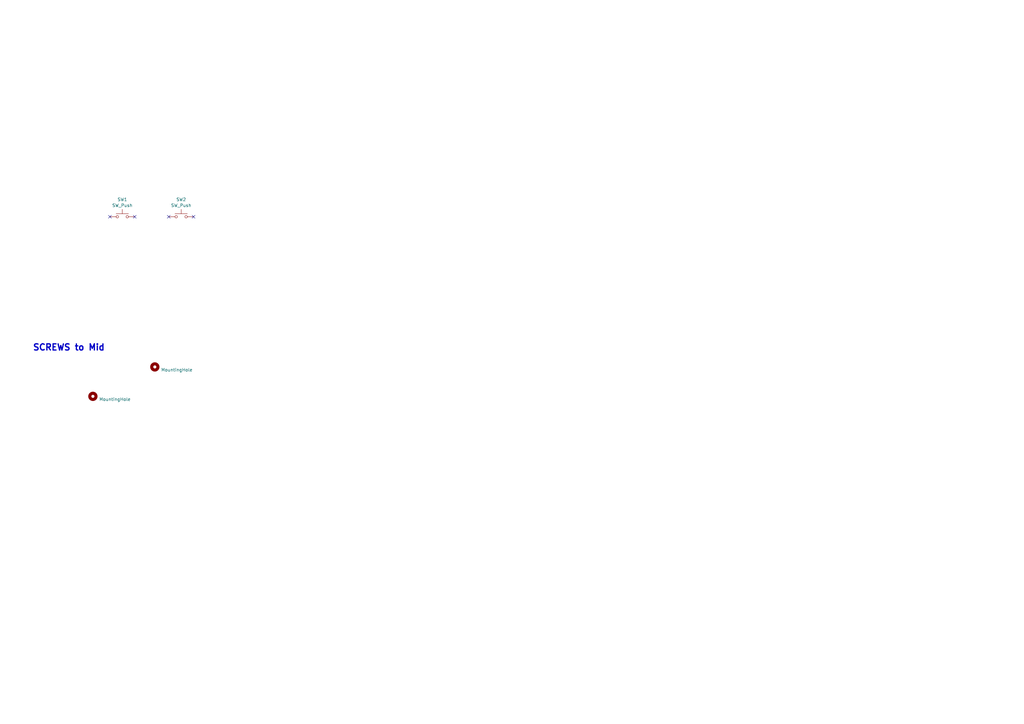
<source format=kicad_sch>
(kicad_sch (version 20231120) (generator "eeschema") (generator_version "8.0")
  (paper "A3")
  (title_block (title "Sandy") (date "2023-01-04") (rev "v.0") (company "@jpskenn"))
  (lib_symbols
    (symbol "Mechanical:MountingHole" (pin_names (offset 1.016)) (exclude_from_sim yes) (in_bom no)
      (property "Reference" "H" (at 0 5.08 0))
      (property "Value" "MountingHole" (at 0 3.175 0))
      (symbol "MountingHole_0_1"
        (circle (center 0 0) (radius 1.27) (stroke (width 1.27)))
      )
    )
    (symbol "Switch:SW_Push" (pin_numbers hide) (pin_names (offset 1.016) hide)
      (property "Reference" "SW" (at 1.27 2.54 0))
      (property "Value" "SW_Push" (at 0 -1.524 0))
      (symbol "SW_Push_0_1"
        (circle (center -2.032 0) (radius 0.508))
        (polyline (pts (xy 0 1.27) (xy 0 3.048)))
        (polyline (pts (xy 2.54 1.27) (xy -2.54 1.27)))
        (circle (center 2.032 0) (radius 0.508))
        (pin passive line (at -5.08 0 0) (length 2.54) (name "1") (number "1"))
        (pin passive line (at 5.08 0 180) (length 2.54) (name "2") (number "2"))
      )
    )
  )
  (bus_alias "def-a" (members "row0" "row5" "col0" "col1"))
  (no_connect (at 45.085 88.9))
  (no_connect (at 79.375 88.9))
  (no_connect (at 55.245 88.9))
  (no_connect (at 69.215 88.9))
  (text "SCREWS to Mid" (at 13.335 144.145 0) (effects (font (size 2.54 2.54) (thickness 0.508) (bold yes)) (justify left bottom)))
  (symbol (lib_id "Mechanical:MountingHole") (at 63.5 150.495 0) (unit 1) (exclude_from_sim yes) (in_bom no)
    (property "Reference" "H1" (effects (hide yes)))
    (property "Value" "MountingHole" (at 66.04 151.7071 0) (effects (justify left)))
    (property "Footprint" "MountingHole:MountingHole_2.2mm_M2" (effects (hide yes)))
    (property "Description" "Mounting Hole without connection" (effects (hide yes)))
  )
  (symbol (lib_id "Switch:SW_Push") (at 74.295 88.9 0) (unit 1)
    (property "Reference" "SW2" (at 74.295 81.8345 0))
    (property "Value" "SW_Push" (at 74.295 84.2588 0))
    (property "Footprint" "locallib:MX-Switch-Hole-with-narrow-frame" (effects (hide yes)))
    (property "Description" "Push button switch, generic, two pins" (effects (hide yes)))
  )
  (symbol (lib_id "Mechanical:MountingHole") (at 38.1 162.56 0) (unit 1) (exclude_from_sim yes) (in_bom no)
    (property "Reference" "H2" (effects (hide yes)))
    (property "Value" "MountingHole" (at 40.64 163.7721 0) (effects (justify left)))
    (property "Footprint" "MountingHole:MountingHole_2.2mm_M2" (effects (hide yes)))
    (property "Description" "Mounting Hole without connection" (effects (hide yes)))
  )
  (symbol (lib_id "Switch:SW_Push") (at 50.165 88.9 0) (unit 1)
    (property "Reference" "SW1" (at 50.165 81.8345 0))
    (property "Value" "SW_Push" (at 50.165 84.2588 0))
    (property "Footprint" "locallib:MX-Switch-Hole-with-narrow-frame" (effects (hide yes)))
    (property "Description" "Push button switch, generic, two pins" (effects (hide yes)))
  )
)
</source>
